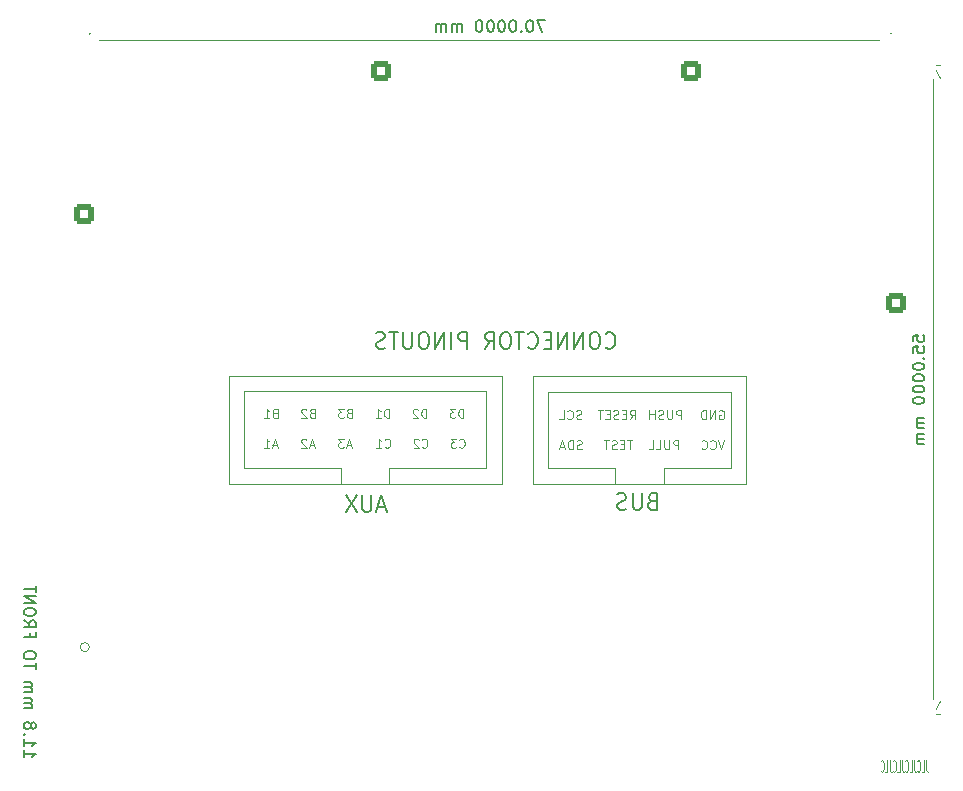
<source format=gbo>
%TF.GenerationSoftware,KiCad,Pcbnew,(6.0.4)*%
%TF.CreationDate,2022-04-04T21:53:05+02:00*%
%TF.ProjectId,SWITCH_INPUT_BOARD,53574954-4348-45f4-994e-5055545f424f,rev?*%
%TF.SameCoordinates,Original*%
%TF.FileFunction,Legend,Bot*%
%TF.FilePolarity,Positive*%
%FSLAX46Y46*%
G04 Gerber Fmt 4.6, Leading zero omitted, Abs format (unit mm)*
G04 Created by KiCad (PCBNEW (6.0.4)) date 2022-04-04 21:53:05*
%MOMM*%
%LPD*%
G01*
G04 APERTURE LIST*
G04 Aperture macros list*
%AMRoundRect*
0 Rectangle with rounded corners*
0 $1 Rounding radius*
0 $2 $3 $4 $5 $6 $7 $8 $9 X,Y pos of 4 corners*
0 Add a 4 corners polygon primitive as box body*
4,1,4,$2,$3,$4,$5,$6,$7,$8,$9,$2,$3,0*
0 Add four circle primitives for the rounded corners*
1,1,$1+$1,$2,$3*
1,1,$1+$1,$4,$5*
1,1,$1+$1,$6,$7*
1,1,$1+$1,$8,$9*
0 Add four rect primitives between the rounded corners*
20,1,$1+$1,$2,$3,$4,$5,0*
20,1,$1+$1,$4,$5,$6,$7,0*
20,1,$1+$1,$6,$7,$8,$9,0*
20,1,$1+$1,$8,$9,$2,$3,0*%
G04 Aperture macros list end*
%ADD10C,0.180000*%
%ADD11C,0.070000*%
%ADD12C,0.150000*%
%ADD13C,0.120000*%
%ADD14C,0.125000*%
%ADD15C,1.600000*%
%ADD16O,1.600000X1.600000*%
%ADD17RoundRect,0.250000X-0.600000X0.600000X-0.600000X-0.600000X0.600000X-0.600000X0.600000X0.600000X0*%
%ADD18C,1.700000*%
%ADD19C,5.600000*%
%ADD20C,1.600200*%
%ADD21C,3.200400*%
%ADD22C,1.397000*%
%ADD23RoundRect,0.250000X-0.600000X-0.600000X0.600000X-0.600000X0.600000X0.600000X-0.600000X0.600000X0*%
%ADD24RoundRect,0.250000X0.600000X0.600000X-0.600000X0.600000X-0.600000X-0.600000X0.600000X-0.600000X0*%
%ADD25R,1.200000X1.200000*%
%ADD26C,1.200000*%
%ADD27R,1.800000X1.800000*%
%ADD28C,1.800000*%
%ADD29R,1.700000X1.700000*%
%ADD30O,1.700000X1.700000*%
G04 APERTURE END LIST*
D10*
X124139523Y-102453333D02*
X123520476Y-102453333D01*
X124263333Y-102853333D02*
X123830000Y-101453333D01*
X123396666Y-102853333D01*
X122963333Y-101453333D02*
X122963333Y-102586666D01*
X122901428Y-102720000D01*
X122839523Y-102786666D01*
X122715714Y-102853333D01*
X122468095Y-102853333D01*
X122344285Y-102786666D01*
X122282380Y-102720000D01*
X122220476Y-102586666D01*
X122220476Y-101453333D01*
X121725238Y-101453333D02*
X120858571Y-102853333D01*
X120858571Y-101453333D02*
X121725238Y-102853333D01*
X146717142Y-101950000D02*
X146531428Y-102016666D01*
X146469523Y-102083333D01*
X146407619Y-102216666D01*
X146407619Y-102416666D01*
X146469523Y-102550000D01*
X146531428Y-102616666D01*
X146655238Y-102683333D01*
X147150476Y-102683333D01*
X147150476Y-101283333D01*
X146717142Y-101283333D01*
X146593333Y-101350000D01*
X146531428Y-101416666D01*
X146469523Y-101550000D01*
X146469523Y-101683333D01*
X146531428Y-101816666D01*
X146593333Y-101883333D01*
X146717142Y-101950000D01*
X147150476Y-101950000D01*
X145850476Y-101283333D02*
X145850476Y-102416666D01*
X145788571Y-102550000D01*
X145726666Y-102616666D01*
X145602857Y-102683333D01*
X145355238Y-102683333D01*
X145231428Y-102616666D01*
X145169523Y-102550000D01*
X145107619Y-102416666D01*
X145107619Y-101283333D01*
X144550476Y-102616666D02*
X144364761Y-102683333D01*
X144055238Y-102683333D01*
X143931428Y-102616666D01*
X143869523Y-102550000D01*
X143807619Y-102416666D01*
X143807619Y-102283333D01*
X143869523Y-102150000D01*
X143931428Y-102083333D01*
X144055238Y-102016666D01*
X144302857Y-101950000D01*
X144426666Y-101883333D01*
X144488571Y-101816666D01*
X144550476Y-101683333D01*
X144550476Y-101550000D01*
X144488571Y-101416666D01*
X144426666Y-101350000D01*
X144302857Y-101283333D01*
X143993333Y-101283333D01*
X143807619Y-101350000D01*
X142816666Y-88900000D02*
X142878571Y-88966666D01*
X143064285Y-89033333D01*
X143188095Y-89033333D01*
X143373809Y-88966666D01*
X143497619Y-88833333D01*
X143559523Y-88700000D01*
X143621428Y-88433333D01*
X143621428Y-88233333D01*
X143559523Y-87966666D01*
X143497619Y-87833333D01*
X143373809Y-87700000D01*
X143188095Y-87633333D01*
X143064285Y-87633333D01*
X142878571Y-87700000D01*
X142816666Y-87766666D01*
X142011904Y-87633333D02*
X141764285Y-87633333D01*
X141640476Y-87700000D01*
X141516666Y-87833333D01*
X141454761Y-88100000D01*
X141454761Y-88566666D01*
X141516666Y-88833333D01*
X141640476Y-88966666D01*
X141764285Y-89033333D01*
X142011904Y-89033333D01*
X142135714Y-88966666D01*
X142259523Y-88833333D01*
X142321428Y-88566666D01*
X142321428Y-88100000D01*
X142259523Y-87833333D01*
X142135714Y-87700000D01*
X142011904Y-87633333D01*
X140897619Y-89033333D02*
X140897619Y-87633333D01*
X140154761Y-89033333D01*
X140154761Y-87633333D01*
X139535714Y-89033333D02*
X139535714Y-87633333D01*
X138792857Y-89033333D01*
X138792857Y-87633333D01*
X138173809Y-88300000D02*
X137740476Y-88300000D01*
X137554761Y-89033333D02*
X138173809Y-89033333D01*
X138173809Y-87633333D01*
X137554761Y-87633333D01*
X136254761Y-88900000D02*
X136316666Y-88966666D01*
X136502380Y-89033333D01*
X136626190Y-89033333D01*
X136811904Y-88966666D01*
X136935714Y-88833333D01*
X136997619Y-88700000D01*
X137059523Y-88433333D01*
X137059523Y-88233333D01*
X136997619Y-87966666D01*
X136935714Y-87833333D01*
X136811904Y-87700000D01*
X136626190Y-87633333D01*
X136502380Y-87633333D01*
X136316666Y-87700000D01*
X136254761Y-87766666D01*
X135883333Y-87633333D02*
X135140476Y-87633333D01*
X135511904Y-89033333D02*
X135511904Y-87633333D01*
X134459523Y-87633333D02*
X134211904Y-87633333D01*
X134088095Y-87700000D01*
X133964285Y-87833333D01*
X133902380Y-88100000D01*
X133902380Y-88566666D01*
X133964285Y-88833333D01*
X134088095Y-88966666D01*
X134211904Y-89033333D01*
X134459523Y-89033333D01*
X134583333Y-88966666D01*
X134707142Y-88833333D01*
X134769047Y-88566666D01*
X134769047Y-88100000D01*
X134707142Y-87833333D01*
X134583333Y-87700000D01*
X134459523Y-87633333D01*
X132602380Y-89033333D02*
X133035714Y-88366666D01*
X133345238Y-89033333D02*
X133345238Y-87633333D01*
X132850000Y-87633333D01*
X132726190Y-87700000D01*
X132664285Y-87766666D01*
X132602380Y-87900000D01*
X132602380Y-88100000D01*
X132664285Y-88233333D01*
X132726190Y-88300000D01*
X132850000Y-88366666D01*
X133345238Y-88366666D01*
X131054761Y-89033333D02*
X131054761Y-87633333D01*
X130559523Y-87633333D01*
X130435714Y-87700000D01*
X130373809Y-87766666D01*
X130311904Y-87900000D01*
X130311904Y-88100000D01*
X130373809Y-88233333D01*
X130435714Y-88300000D01*
X130559523Y-88366666D01*
X131054761Y-88366666D01*
X129754761Y-89033333D02*
X129754761Y-87633333D01*
X129135714Y-89033333D02*
X129135714Y-87633333D01*
X128392857Y-89033333D01*
X128392857Y-87633333D01*
X127526190Y-87633333D02*
X127278571Y-87633333D01*
X127154761Y-87700000D01*
X127030952Y-87833333D01*
X126969047Y-88100000D01*
X126969047Y-88566666D01*
X127030952Y-88833333D01*
X127154761Y-88966666D01*
X127278571Y-89033333D01*
X127526190Y-89033333D01*
X127650000Y-88966666D01*
X127773809Y-88833333D01*
X127835714Y-88566666D01*
X127835714Y-88100000D01*
X127773809Y-87833333D01*
X127650000Y-87700000D01*
X127526190Y-87633333D01*
X126411904Y-87633333D02*
X126411904Y-88766666D01*
X126350000Y-88900000D01*
X126288095Y-88966666D01*
X126164285Y-89033333D01*
X125916666Y-89033333D01*
X125792857Y-88966666D01*
X125730952Y-88900000D01*
X125669047Y-88766666D01*
X125669047Y-87633333D01*
X125235714Y-87633333D02*
X124492857Y-87633333D01*
X124864285Y-89033333D02*
X124864285Y-87633333D01*
X124121428Y-88966666D02*
X123935714Y-89033333D01*
X123626190Y-89033333D01*
X123502380Y-88966666D01*
X123440476Y-88900000D01*
X123378571Y-88766666D01*
X123378571Y-88633333D01*
X123440476Y-88500000D01*
X123502380Y-88433333D01*
X123626190Y-88366666D01*
X123873809Y-88300000D01*
X123997619Y-88233333D01*
X124059523Y-88166666D01*
X124121428Y-88033333D01*
X124121428Y-87900000D01*
X124059523Y-87766666D01*
X123997619Y-87700000D01*
X123873809Y-87633333D01*
X123564285Y-87633333D01*
X123378571Y-87700000D01*
D11*
X169947619Y-123852380D02*
X169947619Y-124566666D01*
X169966666Y-124709523D01*
X170004761Y-124804761D01*
X170061904Y-124852380D01*
X170100000Y-124852380D01*
X169566666Y-124852380D02*
X169757142Y-124852380D01*
X169757142Y-123852380D01*
X169204761Y-124757142D02*
X169223809Y-124804761D01*
X169280952Y-124852380D01*
X169319047Y-124852380D01*
X169376190Y-124804761D01*
X169414285Y-124709523D01*
X169433333Y-124614285D01*
X169452380Y-124423809D01*
X169452380Y-124280952D01*
X169433333Y-124090476D01*
X169414285Y-123995238D01*
X169376190Y-123900000D01*
X169319047Y-123852380D01*
X169280952Y-123852380D01*
X169223809Y-123900000D01*
X169204761Y-123947619D01*
X168919047Y-123852380D02*
X168919047Y-124566666D01*
X168938095Y-124709523D01*
X168976190Y-124804761D01*
X169033333Y-124852380D01*
X169071428Y-124852380D01*
X168538095Y-124852380D02*
X168728571Y-124852380D01*
X168728571Y-123852380D01*
X168176190Y-124757142D02*
X168195238Y-124804761D01*
X168252380Y-124852380D01*
X168290476Y-124852380D01*
X168347619Y-124804761D01*
X168385714Y-124709523D01*
X168404761Y-124614285D01*
X168423809Y-124423809D01*
X168423809Y-124280952D01*
X168404761Y-124090476D01*
X168385714Y-123995238D01*
X168347619Y-123900000D01*
X168290476Y-123852380D01*
X168252380Y-123852380D01*
X168195238Y-123900000D01*
X168176190Y-123947619D01*
X167890476Y-123852380D02*
X167890476Y-124566666D01*
X167909523Y-124709523D01*
X167947619Y-124804761D01*
X168004761Y-124852380D01*
X168042857Y-124852380D01*
X167509523Y-124852380D02*
X167700000Y-124852380D01*
X167700000Y-123852380D01*
X167147619Y-124757142D02*
X167166666Y-124804761D01*
X167223809Y-124852380D01*
X167261904Y-124852380D01*
X167319047Y-124804761D01*
X167357142Y-124709523D01*
X167376190Y-124614285D01*
X167395238Y-124423809D01*
X167395238Y-124280952D01*
X167376190Y-124090476D01*
X167357142Y-123995238D01*
X167319047Y-123900000D01*
X167261904Y-123852380D01*
X167223809Y-123852380D01*
X167166666Y-123900000D01*
X167147619Y-123947619D01*
X166861904Y-123852380D02*
X166861904Y-124566666D01*
X166880952Y-124709523D01*
X166919047Y-124804761D01*
X166976190Y-124852380D01*
X167014285Y-124852380D01*
X166480952Y-124852380D02*
X166671428Y-124852380D01*
X166671428Y-123852380D01*
X166119047Y-124757142D02*
X166138095Y-124804761D01*
X166195238Y-124852380D01*
X166233333Y-124852380D01*
X166290476Y-124804761D01*
X166328571Y-124709523D01*
X166347619Y-124614285D01*
X166366666Y-124423809D01*
X166366666Y-124280952D01*
X166347619Y-124090476D01*
X166328571Y-123995238D01*
X166290476Y-123900000D01*
X166233333Y-123852380D01*
X166195238Y-123852380D01*
X166138095Y-123900000D01*
X166119047Y-123947619D01*
D12*
X93547619Y-123042857D02*
X93547619Y-123614285D01*
X93547619Y-123328571D02*
X94547619Y-123328571D01*
X94404761Y-123423809D01*
X94309523Y-123519047D01*
X94261904Y-123614285D01*
X93547619Y-122090476D02*
X93547619Y-122661904D01*
X93547619Y-122376190D02*
X94547619Y-122376190D01*
X94404761Y-122471428D01*
X94309523Y-122566666D01*
X94261904Y-122661904D01*
X93642857Y-121661904D02*
X93595238Y-121614285D01*
X93547619Y-121661904D01*
X93595238Y-121709523D01*
X93642857Y-121661904D01*
X93547619Y-121661904D01*
X94119047Y-121042857D02*
X94166666Y-121138095D01*
X94214285Y-121185714D01*
X94309523Y-121233333D01*
X94357142Y-121233333D01*
X94452380Y-121185714D01*
X94500000Y-121138095D01*
X94547619Y-121042857D01*
X94547619Y-120852380D01*
X94500000Y-120757142D01*
X94452380Y-120709523D01*
X94357142Y-120661904D01*
X94309523Y-120661904D01*
X94214285Y-120709523D01*
X94166666Y-120757142D01*
X94119047Y-120852380D01*
X94119047Y-121042857D01*
X94071428Y-121138095D01*
X94023809Y-121185714D01*
X93928571Y-121233333D01*
X93738095Y-121233333D01*
X93642857Y-121185714D01*
X93595238Y-121138095D01*
X93547619Y-121042857D01*
X93547619Y-120852380D01*
X93595238Y-120757142D01*
X93642857Y-120709523D01*
X93738095Y-120661904D01*
X93928571Y-120661904D01*
X94023809Y-120709523D01*
X94071428Y-120757142D01*
X94119047Y-120852380D01*
X93547619Y-119471428D02*
X94214285Y-119471428D01*
X94119047Y-119471428D02*
X94166666Y-119423809D01*
X94214285Y-119328571D01*
X94214285Y-119185714D01*
X94166666Y-119090476D01*
X94071428Y-119042857D01*
X93547619Y-119042857D01*
X94071428Y-119042857D02*
X94166666Y-118995238D01*
X94214285Y-118900000D01*
X94214285Y-118757142D01*
X94166666Y-118661904D01*
X94071428Y-118614285D01*
X93547619Y-118614285D01*
X93547619Y-118138095D02*
X94214285Y-118138095D01*
X94119047Y-118138095D02*
X94166666Y-118090476D01*
X94214285Y-117995238D01*
X94214285Y-117852380D01*
X94166666Y-117757142D01*
X94071428Y-117709523D01*
X93547619Y-117709523D01*
X94071428Y-117709523D02*
X94166666Y-117661904D01*
X94214285Y-117566666D01*
X94214285Y-117423809D01*
X94166666Y-117328571D01*
X94071428Y-117280952D01*
X93547619Y-117280952D01*
X94547619Y-116185714D02*
X94547619Y-115614285D01*
X93547619Y-115900000D02*
X94547619Y-115900000D01*
X94547619Y-115090476D02*
X94547619Y-114900000D01*
X94500000Y-114804761D01*
X94404761Y-114709523D01*
X94214285Y-114661904D01*
X93880952Y-114661904D01*
X93690476Y-114709523D01*
X93595238Y-114804761D01*
X93547619Y-114900000D01*
X93547619Y-115090476D01*
X93595238Y-115185714D01*
X93690476Y-115280952D01*
X93880952Y-115328571D01*
X94214285Y-115328571D01*
X94404761Y-115280952D01*
X94500000Y-115185714D01*
X94547619Y-115090476D01*
X94071428Y-113138095D02*
X94071428Y-113471428D01*
X93547619Y-113471428D02*
X94547619Y-113471428D01*
X94547619Y-112995238D01*
X93547619Y-112042857D02*
X94023809Y-112376190D01*
X93547619Y-112614285D02*
X94547619Y-112614285D01*
X94547619Y-112233333D01*
X94500000Y-112138095D01*
X94452380Y-112090476D01*
X94357142Y-112042857D01*
X94214285Y-112042857D01*
X94119047Y-112090476D01*
X94071428Y-112138095D01*
X94023809Y-112233333D01*
X94023809Y-112614285D01*
X94547619Y-111423809D02*
X94547619Y-111233333D01*
X94500000Y-111138095D01*
X94404761Y-111042857D01*
X94214285Y-110995238D01*
X93880952Y-110995238D01*
X93690476Y-111042857D01*
X93595238Y-111138095D01*
X93547619Y-111233333D01*
X93547619Y-111423809D01*
X93595238Y-111519047D01*
X93690476Y-111614285D01*
X93880952Y-111661904D01*
X94214285Y-111661904D01*
X94404761Y-111614285D01*
X94500000Y-111519047D01*
X94547619Y-111423809D01*
X93547619Y-110566666D02*
X94547619Y-110566666D01*
X93547619Y-109995238D01*
X94547619Y-109995238D01*
X94547619Y-109661904D02*
X94547619Y-109090476D01*
X93547619Y-109376190D02*
X94547619Y-109376190D01*
X137666666Y-61202380D02*
X137000000Y-61202380D01*
X137428571Y-62202380D01*
X136428571Y-61202380D02*
X136333333Y-61202380D01*
X136238095Y-61250000D01*
X136190476Y-61297619D01*
X136142857Y-61392857D01*
X136095238Y-61583333D01*
X136095238Y-61821428D01*
X136142857Y-62011904D01*
X136190476Y-62107142D01*
X136238095Y-62154761D01*
X136333333Y-62202380D01*
X136428571Y-62202380D01*
X136523809Y-62154761D01*
X136571428Y-62107142D01*
X136619047Y-62011904D01*
X136666666Y-61821428D01*
X136666666Y-61583333D01*
X136619047Y-61392857D01*
X136571428Y-61297619D01*
X136523809Y-61250000D01*
X136428571Y-61202380D01*
X135666666Y-62107142D02*
X135619047Y-62154761D01*
X135666666Y-62202380D01*
X135714285Y-62154761D01*
X135666666Y-62107142D01*
X135666666Y-62202380D01*
X135000000Y-61202380D02*
X134904761Y-61202380D01*
X134809523Y-61250000D01*
X134761904Y-61297619D01*
X134714285Y-61392857D01*
X134666666Y-61583333D01*
X134666666Y-61821428D01*
X134714285Y-62011904D01*
X134761904Y-62107142D01*
X134809523Y-62154761D01*
X134904761Y-62202380D01*
X135000000Y-62202380D01*
X135095238Y-62154761D01*
X135142857Y-62107142D01*
X135190476Y-62011904D01*
X135238095Y-61821428D01*
X135238095Y-61583333D01*
X135190476Y-61392857D01*
X135142857Y-61297619D01*
X135095238Y-61250000D01*
X135000000Y-61202380D01*
X134047619Y-61202380D02*
X133952380Y-61202380D01*
X133857142Y-61250000D01*
X133809523Y-61297619D01*
X133761904Y-61392857D01*
X133714285Y-61583333D01*
X133714285Y-61821428D01*
X133761904Y-62011904D01*
X133809523Y-62107142D01*
X133857142Y-62154761D01*
X133952380Y-62202380D01*
X134047619Y-62202380D01*
X134142857Y-62154761D01*
X134190476Y-62107142D01*
X134238095Y-62011904D01*
X134285714Y-61821428D01*
X134285714Y-61583333D01*
X134238095Y-61392857D01*
X134190476Y-61297619D01*
X134142857Y-61250000D01*
X134047619Y-61202380D01*
X133095238Y-61202380D02*
X133000000Y-61202380D01*
X132904761Y-61250000D01*
X132857142Y-61297619D01*
X132809523Y-61392857D01*
X132761904Y-61583333D01*
X132761904Y-61821428D01*
X132809523Y-62011904D01*
X132857142Y-62107142D01*
X132904761Y-62154761D01*
X133000000Y-62202380D01*
X133095238Y-62202380D01*
X133190476Y-62154761D01*
X133238095Y-62107142D01*
X133285714Y-62011904D01*
X133333333Y-61821428D01*
X133333333Y-61583333D01*
X133285714Y-61392857D01*
X133238095Y-61297619D01*
X133190476Y-61250000D01*
X133095238Y-61202380D01*
X132142857Y-61202380D02*
X132047619Y-61202380D01*
X131952380Y-61250000D01*
X131904761Y-61297619D01*
X131857142Y-61392857D01*
X131809523Y-61583333D01*
X131809523Y-61821428D01*
X131857142Y-62011904D01*
X131904761Y-62107142D01*
X131952380Y-62154761D01*
X132047619Y-62202380D01*
X132142857Y-62202380D01*
X132238095Y-62154761D01*
X132285714Y-62107142D01*
X132333333Y-62011904D01*
X132380952Y-61821428D01*
X132380952Y-61583333D01*
X132333333Y-61392857D01*
X132285714Y-61297619D01*
X132238095Y-61250000D01*
X132142857Y-61202380D01*
X130619047Y-62202380D02*
X130619047Y-61535714D01*
X130619047Y-61630952D02*
X130571428Y-61583333D01*
X130476190Y-61535714D01*
X130333333Y-61535714D01*
X130238095Y-61583333D01*
X130190476Y-61678571D01*
X130190476Y-62202380D01*
X130190476Y-61678571D02*
X130142857Y-61583333D01*
X130047619Y-61535714D01*
X129904761Y-61535714D01*
X129809523Y-61583333D01*
X129761904Y-61678571D01*
X129761904Y-62202380D01*
X129285714Y-62202380D02*
X129285714Y-61535714D01*
X129285714Y-61630952D02*
X129238095Y-61583333D01*
X129142857Y-61535714D01*
X129000000Y-61535714D01*
X128904761Y-61583333D01*
X128857142Y-61678571D01*
X128857142Y-62202380D01*
X128857142Y-61678571D02*
X128809523Y-61583333D01*
X128714285Y-61535714D01*
X128571428Y-61535714D01*
X128476190Y-61583333D01*
X128428571Y-61678571D01*
X128428571Y-62202380D01*
D13*
X168000000Y-65000000D02*
X168000000Y-62313580D01*
X98000000Y-65000000D02*
X98000000Y-62313580D01*
X168000000Y-62900000D02*
X98000000Y-62900000D01*
X168000000Y-62900000D02*
X98000000Y-62900000D01*
X168000000Y-62900000D02*
X166873496Y-62313579D01*
X168000000Y-62900000D02*
X166873496Y-63486421D01*
X98000000Y-62900000D02*
X99126504Y-63486421D01*
X98000000Y-62900000D02*
X99126504Y-62313579D01*
D12*
X168802380Y-88404761D02*
X168802380Y-87928571D01*
X169278571Y-87880952D01*
X169230952Y-87928571D01*
X169183333Y-88023809D01*
X169183333Y-88261904D01*
X169230952Y-88357142D01*
X169278571Y-88404761D01*
X169373809Y-88452380D01*
X169611904Y-88452380D01*
X169707142Y-88404761D01*
X169754761Y-88357142D01*
X169802380Y-88261904D01*
X169802380Y-88023809D01*
X169754761Y-87928571D01*
X169707142Y-87880952D01*
X168802380Y-89357142D02*
X168802380Y-88880952D01*
X169278571Y-88833333D01*
X169230952Y-88880952D01*
X169183333Y-88976190D01*
X169183333Y-89214285D01*
X169230952Y-89309523D01*
X169278571Y-89357142D01*
X169373809Y-89404761D01*
X169611904Y-89404761D01*
X169707142Y-89357142D01*
X169754761Y-89309523D01*
X169802380Y-89214285D01*
X169802380Y-88976190D01*
X169754761Y-88880952D01*
X169707142Y-88833333D01*
X169707142Y-89833333D02*
X169754761Y-89880952D01*
X169802380Y-89833333D01*
X169754761Y-89785714D01*
X169707142Y-89833333D01*
X169802380Y-89833333D01*
X168802380Y-90500000D02*
X168802380Y-90595238D01*
X168850000Y-90690476D01*
X168897619Y-90738095D01*
X168992857Y-90785714D01*
X169183333Y-90833333D01*
X169421428Y-90833333D01*
X169611904Y-90785714D01*
X169707142Y-90738095D01*
X169754761Y-90690476D01*
X169802380Y-90595238D01*
X169802380Y-90500000D01*
X169754761Y-90404761D01*
X169707142Y-90357142D01*
X169611904Y-90309523D01*
X169421428Y-90261904D01*
X169183333Y-90261904D01*
X168992857Y-90309523D01*
X168897619Y-90357142D01*
X168850000Y-90404761D01*
X168802380Y-90500000D01*
X168802380Y-91452380D02*
X168802380Y-91547619D01*
X168850000Y-91642857D01*
X168897619Y-91690476D01*
X168992857Y-91738095D01*
X169183333Y-91785714D01*
X169421428Y-91785714D01*
X169611904Y-91738095D01*
X169707142Y-91690476D01*
X169754761Y-91642857D01*
X169802380Y-91547619D01*
X169802380Y-91452380D01*
X169754761Y-91357142D01*
X169707142Y-91309523D01*
X169611904Y-91261904D01*
X169421428Y-91214285D01*
X169183333Y-91214285D01*
X168992857Y-91261904D01*
X168897619Y-91309523D01*
X168850000Y-91357142D01*
X168802380Y-91452380D01*
X168802380Y-92404761D02*
X168802380Y-92500000D01*
X168850000Y-92595238D01*
X168897619Y-92642857D01*
X168992857Y-92690476D01*
X169183333Y-92738095D01*
X169421428Y-92738095D01*
X169611904Y-92690476D01*
X169707142Y-92642857D01*
X169754761Y-92595238D01*
X169802380Y-92500000D01*
X169802380Y-92404761D01*
X169754761Y-92309523D01*
X169707142Y-92261904D01*
X169611904Y-92214285D01*
X169421428Y-92166666D01*
X169183333Y-92166666D01*
X168992857Y-92214285D01*
X168897619Y-92261904D01*
X168850000Y-92309523D01*
X168802380Y-92404761D01*
X168802380Y-93357142D02*
X168802380Y-93452380D01*
X168850000Y-93547619D01*
X168897619Y-93595238D01*
X168992857Y-93642857D01*
X169183333Y-93690476D01*
X169421428Y-93690476D01*
X169611904Y-93642857D01*
X169707142Y-93595238D01*
X169754761Y-93547619D01*
X169802380Y-93452380D01*
X169802380Y-93357142D01*
X169754761Y-93261904D01*
X169707142Y-93214285D01*
X169611904Y-93166666D01*
X169421428Y-93119047D01*
X169183333Y-93119047D01*
X168992857Y-93166666D01*
X168897619Y-93214285D01*
X168850000Y-93261904D01*
X168802380Y-93357142D01*
X169802380Y-94880952D02*
X169135714Y-94880952D01*
X169230952Y-94880952D02*
X169183333Y-94928571D01*
X169135714Y-95023809D01*
X169135714Y-95166666D01*
X169183333Y-95261904D01*
X169278571Y-95309523D01*
X169802380Y-95309523D01*
X169278571Y-95309523D02*
X169183333Y-95357142D01*
X169135714Y-95452380D01*
X169135714Y-95595238D01*
X169183333Y-95690476D01*
X169278571Y-95738095D01*
X169802380Y-95738095D01*
X169802380Y-96214285D02*
X169135714Y-96214285D01*
X169230952Y-96214285D02*
X169183333Y-96261904D01*
X169135714Y-96357142D01*
X169135714Y-96500000D01*
X169183333Y-96595238D01*
X169278571Y-96642857D01*
X169802380Y-96642857D01*
X169278571Y-96642857D02*
X169183333Y-96690476D01*
X169135714Y-96785714D01*
X169135714Y-96928571D01*
X169183333Y-97023809D01*
X169278571Y-97071428D01*
X169802380Y-97071428D01*
D13*
X168000000Y-120000000D02*
X171086420Y-120000000D01*
X168000000Y-65000000D02*
X171086420Y-65000000D01*
X170500000Y-120000000D02*
X170500000Y-65000000D01*
X170500000Y-120000000D02*
X170500000Y-65000000D01*
X170500000Y-120000000D02*
X171086421Y-118873496D01*
X170500000Y-120000000D02*
X169913579Y-118873496D01*
X170500000Y-65000000D02*
X169913579Y-66126504D01*
X170500000Y-65000000D02*
X171086421Y-66126504D01*
D14*
X114957714Y-97195000D02*
X114600571Y-97195000D01*
X115029142Y-97409285D02*
X114779142Y-96659285D01*
X114529142Y-97409285D01*
X113886285Y-97409285D02*
X114314857Y-97409285D01*
X114100571Y-97409285D02*
X114100571Y-96659285D01*
X114172000Y-96766428D01*
X114243428Y-96837857D01*
X114314857Y-96873571D01*
X118101714Y-97195000D02*
X117744571Y-97195000D01*
X118173142Y-97409285D02*
X117923142Y-96659285D01*
X117673142Y-97409285D01*
X117458857Y-96730714D02*
X117423142Y-96695000D01*
X117351714Y-96659285D01*
X117173142Y-96659285D01*
X117101714Y-96695000D01*
X117066000Y-96730714D01*
X117030285Y-96802142D01*
X117030285Y-96873571D01*
X117066000Y-96980714D01*
X117494571Y-97409285D01*
X117030285Y-97409285D01*
X121081571Y-94476428D02*
X120974428Y-94512142D01*
X120938714Y-94547857D01*
X120903000Y-94619285D01*
X120903000Y-94726428D01*
X120938714Y-94797857D01*
X120974428Y-94833571D01*
X121045857Y-94869285D01*
X121331571Y-94869285D01*
X121331571Y-94119285D01*
X121081571Y-94119285D01*
X121010142Y-94155000D01*
X120974428Y-94190714D01*
X120938714Y-94262142D01*
X120938714Y-94333571D01*
X120974428Y-94405000D01*
X121010142Y-94440714D01*
X121081571Y-94476428D01*
X121331571Y-94476428D01*
X120653000Y-94119285D02*
X120188714Y-94119285D01*
X120438714Y-94405000D01*
X120331571Y-94405000D01*
X120260142Y-94440714D01*
X120224428Y-94476428D01*
X120188714Y-94547857D01*
X120188714Y-94726428D01*
X120224428Y-94797857D01*
X120260142Y-94833571D01*
X120331571Y-94869285D01*
X120545857Y-94869285D01*
X120617285Y-94833571D01*
X120653000Y-94797857D01*
X121245714Y-97195000D02*
X120888571Y-97195000D01*
X121317142Y-97409285D02*
X121067142Y-96659285D01*
X120817142Y-97409285D01*
X120638571Y-96659285D02*
X120174285Y-96659285D01*
X120424285Y-96945000D01*
X120317142Y-96945000D01*
X120245714Y-96980714D01*
X120210000Y-97016428D01*
X120174285Y-97087857D01*
X120174285Y-97266428D01*
X120210000Y-97337857D01*
X120245714Y-97373571D01*
X120317142Y-97409285D01*
X120531428Y-97409285D01*
X120602857Y-97373571D01*
X120638571Y-97337857D01*
X117937571Y-94476428D02*
X117830428Y-94512142D01*
X117794714Y-94547857D01*
X117759000Y-94619285D01*
X117759000Y-94726428D01*
X117794714Y-94797857D01*
X117830428Y-94833571D01*
X117901857Y-94869285D01*
X118187571Y-94869285D01*
X118187571Y-94119285D01*
X117937571Y-94119285D01*
X117866142Y-94155000D01*
X117830428Y-94190714D01*
X117794714Y-94262142D01*
X117794714Y-94333571D01*
X117830428Y-94405000D01*
X117866142Y-94440714D01*
X117937571Y-94476428D01*
X118187571Y-94476428D01*
X117473285Y-94190714D02*
X117437571Y-94155000D01*
X117366142Y-94119285D01*
X117187571Y-94119285D01*
X117116142Y-94155000D01*
X117080428Y-94190714D01*
X117044714Y-94262142D01*
X117044714Y-94333571D01*
X117080428Y-94440714D01*
X117509000Y-94869285D01*
X117044714Y-94869285D01*
X124475571Y-94869285D02*
X124475571Y-94119285D01*
X124297000Y-94119285D01*
X124189857Y-94155000D01*
X124118428Y-94226428D01*
X124082714Y-94297857D01*
X124047000Y-94440714D01*
X124047000Y-94547857D01*
X124082714Y-94690714D01*
X124118428Y-94762142D01*
X124189857Y-94833571D01*
X124297000Y-94869285D01*
X124475571Y-94869285D01*
X123332714Y-94869285D02*
X123761285Y-94869285D01*
X123547000Y-94869285D02*
X123547000Y-94119285D01*
X123618428Y-94226428D01*
X123689857Y-94297857D01*
X123761285Y-94333571D01*
X124115000Y-97337857D02*
X124150714Y-97373571D01*
X124257857Y-97409285D01*
X124329285Y-97409285D01*
X124436428Y-97373571D01*
X124507857Y-97302142D01*
X124543571Y-97230714D01*
X124579285Y-97087857D01*
X124579285Y-96980714D01*
X124543571Y-96837857D01*
X124507857Y-96766428D01*
X124436428Y-96695000D01*
X124329285Y-96659285D01*
X124257857Y-96659285D01*
X124150714Y-96695000D01*
X124115000Y-96730714D01*
X123400714Y-97409285D02*
X123829285Y-97409285D01*
X123615000Y-97409285D02*
X123615000Y-96659285D01*
X123686428Y-96766428D01*
X123757857Y-96837857D01*
X123829285Y-96873571D01*
X114793571Y-94476428D02*
X114686428Y-94512142D01*
X114650714Y-94547857D01*
X114615000Y-94619285D01*
X114615000Y-94726428D01*
X114650714Y-94797857D01*
X114686428Y-94833571D01*
X114757857Y-94869285D01*
X115043571Y-94869285D01*
X115043571Y-94119285D01*
X114793571Y-94119285D01*
X114722142Y-94155000D01*
X114686428Y-94190714D01*
X114650714Y-94262142D01*
X114650714Y-94333571D01*
X114686428Y-94405000D01*
X114722142Y-94440714D01*
X114793571Y-94476428D01*
X115043571Y-94476428D01*
X113900714Y-94869285D02*
X114329285Y-94869285D01*
X114115000Y-94869285D02*
X114115000Y-94119285D01*
X114186428Y-94226428D01*
X114257857Y-94297857D01*
X114329285Y-94333571D01*
X127619571Y-94869285D02*
X127619571Y-94119285D01*
X127441000Y-94119285D01*
X127333857Y-94155000D01*
X127262428Y-94226428D01*
X127226714Y-94297857D01*
X127191000Y-94440714D01*
X127191000Y-94547857D01*
X127226714Y-94690714D01*
X127262428Y-94762142D01*
X127333857Y-94833571D01*
X127441000Y-94869285D01*
X127619571Y-94869285D01*
X126905285Y-94190714D02*
X126869571Y-94155000D01*
X126798142Y-94119285D01*
X126619571Y-94119285D01*
X126548142Y-94155000D01*
X126512428Y-94190714D01*
X126476714Y-94262142D01*
X126476714Y-94333571D01*
X126512428Y-94440714D01*
X126941000Y-94869285D01*
X126476714Y-94869285D01*
X130763571Y-94869285D02*
X130763571Y-94119285D01*
X130585000Y-94119285D01*
X130477857Y-94155000D01*
X130406428Y-94226428D01*
X130370714Y-94297857D01*
X130335000Y-94440714D01*
X130335000Y-94547857D01*
X130370714Y-94690714D01*
X130406428Y-94762142D01*
X130477857Y-94833571D01*
X130585000Y-94869285D01*
X130763571Y-94869285D01*
X130085000Y-94119285D02*
X129620714Y-94119285D01*
X129870714Y-94405000D01*
X129763571Y-94405000D01*
X129692142Y-94440714D01*
X129656428Y-94476428D01*
X129620714Y-94547857D01*
X129620714Y-94726428D01*
X129656428Y-94797857D01*
X129692142Y-94833571D01*
X129763571Y-94869285D01*
X129977857Y-94869285D01*
X130049285Y-94833571D01*
X130085000Y-94797857D01*
X127259000Y-97337857D02*
X127294714Y-97373571D01*
X127401857Y-97409285D01*
X127473285Y-97409285D01*
X127580428Y-97373571D01*
X127651857Y-97302142D01*
X127687571Y-97230714D01*
X127723285Y-97087857D01*
X127723285Y-96980714D01*
X127687571Y-96837857D01*
X127651857Y-96766428D01*
X127580428Y-96695000D01*
X127473285Y-96659285D01*
X127401857Y-96659285D01*
X127294714Y-96695000D01*
X127259000Y-96730714D01*
X126973285Y-96730714D02*
X126937571Y-96695000D01*
X126866142Y-96659285D01*
X126687571Y-96659285D01*
X126616142Y-96695000D01*
X126580428Y-96730714D01*
X126544714Y-96802142D01*
X126544714Y-96873571D01*
X126580428Y-96980714D01*
X127009000Y-97409285D01*
X126544714Y-97409285D01*
X130403000Y-97337857D02*
X130438714Y-97373571D01*
X130545857Y-97409285D01*
X130617285Y-97409285D01*
X130724428Y-97373571D01*
X130795857Y-97302142D01*
X130831571Y-97230714D01*
X130867285Y-97087857D01*
X130867285Y-96980714D01*
X130831571Y-96837857D01*
X130795857Y-96766428D01*
X130724428Y-96695000D01*
X130617285Y-96659285D01*
X130545857Y-96659285D01*
X130438714Y-96695000D01*
X130403000Y-96730714D01*
X130153000Y-96659285D02*
X129688714Y-96659285D01*
X129938714Y-96945000D01*
X129831571Y-96945000D01*
X129760142Y-96980714D01*
X129724428Y-97016428D01*
X129688714Y-97087857D01*
X129688714Y-97266428D01*
X129724428Y-97337857D01*
X129760142Y-97373571D01*
X129831571Y-97409285D01*
X130045857Y-97409285D01*
X130117285Y-97373571D01*
X130153000Y-97337857D01*
X144849285Y-94989285D02*
X145099285Y-94632142D01*
X145277857Y-94989285D02*
X145277857Y-94239285D01*
X144992142Y-94239285D01*
X144920714Y-94275000D01*
X144885000Y-94310714D01*
X144849285Y-94382142D01*
X144849285Y-94489285D01*
X144885000Y-94560714D01*
X144920714Y-94596428D01*
X144992142Y-94632142D01*
X145277857Y-94632142D01*
X144527857Y-94596428D02*
X144277857Y-94596428D01*
X144170714Y-94989285D02*
X144527857Y-94989285D01*
X144527857Y-94239285D01*
X144170714Y-94239285D01*
X143885000Y-94953571D02*
X143777857Y-94989285D01*
X143599285Y-94989285D01*
X143527857Y-94953571D01*
X143492142Y-94917857D01*
X143456428Y-94846428D01*
X143456428Y-94775000D01*
X143492142Y-94703571D01*
X143527857Y-94667857D01*
X143599285Y-94632142D01*
X143742142Y-94596428D01*
X143813571Y-94560714D01*
X143849285Y-94525000D01*
X143885000Y-94453571D01*
X143885000Y-94382142D01*
X143849285Y-94310714D01*
X143813571Y-94275000D01*
X143742142Y-94239285D01*
X143563571Y-94239285D01*
X143456428Y-94275000D01*
X143135000Y-94596428D02*
X142885000Y-94596428D01*
X142777857Y-94989285D02*
X143135000Y-94989285D01*
X143135000Y-94239285D01*
X142777857Y-94239285D01*
X142563571Y-94239285D02*
X142135000Y-94239285D01*
X142349285Y-94989285D02*
X142349285Y-94239285D01*
X148956428Y-97529285D02*
X148956428Y-96779285D01*
X148670714Y-96779285D01*
X148599285Y-96815000D01*
X148563571Y-96850714D01*
X148527857Y-96922142D01*
X148527857Y-97029285D01*
X148563571Y-97100714D01*
X148599285Y-97136428D01*
X148670714Y-97172142D01*
X148956428Y-97172142D01*
X148206428Y-96779285D02*
X148206428Y-97386428D01*
X148170714Y-97457857D01*
X148135000Y-97493571D01*
X148063571Y-97529285D01*
X147920714Y-97529285D01*
X147849285Y-97493571D01*
X147813571Y-97457857D01*
X147777857Y-97386428D01*
X147777857Y-96779285D01*
X147063571Y-97529285D02*
X147420714Y-97529285D01*
X147420714Y-96779285D01*
X146456428Y-97529285D02*
X146813571Y-97529285D01*
X146813571Y-96779285D01*
X152860000Y-96779285D02*
X152610000Y-97529285D01*
X152360000Y-96779285D01*
X151681428Y-97457857D02*
X151717142Y-97493571D01*
X151824285Y-97529285D01*
X151895714Y-97529285D01*
X152002857Y-97493571D01*
X152074285Y-97422142D01*
X152110000Y-97350714D01*
X152145714Y-97207857D01*
X152145714Y-97100714D01*
X152110000Y-96957857D01*
X152074285Y-96886428D01*
X152002857Y-96815000D01*
X151895714Y-96779285D01*
X151824285Y-96779285D01*
X151717142Y-96815000D01*
X151681428Y-96850714D01*
X150931428Y-97457857D02*
X150967142Y-97493571D01*
X151074285Y-97529285D01*
X151145714Y-97529285D01*
X151252857Y-97493571D01*
X151324285Y-97422142D01*
X151360000Y-97350714D01*
X151395714Y-97207857D01*
X151395714Y-97100714D01*
X151360000Y-96957857D01*
X151324285Y-96886428D01*
X151252857Y-96815000D01*
X151145714Y-96779285D01*
X151074285Y-96779285D01*
X150967142Y-96815000D01*
X150931428Y-96850714D01*
X140752857Y-94953571D02*
X140645714Y-94989285D01*
X140467142Y-94989285D01*
X140395714Y-94953571D01*
X140360000Y-94917857D01*
X140324285Y-94846428D01*
X140324285Y-94775000D01*
X140360000Y-94703571D01*
X140395714Y-94667857D01*
X140467142Y-94632142D01*
X140610000Y-94596428D01*
X140681428Y-94560714D01*
X140717142Y-94525000D01*
X140752857Y-94453571D01*
X140752857Y-94382142D01*
X140717142Y-94310714D01*
X140681428Y-94275000D01*
X140610000Y-94239285D01*
X140431428Y-94239285D01*
X140324285Y-94275000D01*
X139574285Y-94917857D02*
X139610000Y-94953571D01*
X139717142Y-94989285D01*
X139788571Y-94989285D01*
X139895714Y-94953571D01*
X139967142Y-94882142D01*
X140002857Y-94810714D01*
X140038571Y-94667857D01*
X140038571Y-94560714D01*
X140002857Y-94417857D01*
X139967142Y-94346428D01*
X139895714Y-94275000D01*
X139788571Y-94239285D01*
X139717142Y-94239285D01*
X139610000Y-94275000D01*
X139574285Y-94310714D01*
X138895714Y-94989285D02*
X139252857Y-94989285D01*
X139252857Y-94239285D01*
X152431428Y-94275000D02*
X152502857Y-94239285D01*
X152610000Y-94239285D01*
X152717142Y-94275000D01*
X152788571Y-94346428D01*
X152824285Y-94417857D01*
X152860000Y-94560714D01*
X152860000Y-94667857D01*
X152824285Y-94810714D01*
X152788571Y-94882142D01*
X152717142Y-94953571D01*
X152610000Y-94989285D01*
X152538571Y-94989285D01*
X152431428Y-94953571D01*
X152395714Y-94917857D01*
X152395714Y-94667857D01*
X152538571Y-94667857D01*
X152074285Y-94989285D02*
X152074285Y-94239285D01*
X151645714Y-94989285D01*
X151645714Y-94239285D01*
X151288571Y-94989285D02*
X151288571Y-94239285D01*
X151110000Y-94239285D01*
X151002857Y-94275000D01*
X150931428Y-94346428D01*
X150895714Y-94417857D01*
X150860000Y-94560714D01*
X150860000Y-94667857D01*
X150895714Y-94810714D01*
X150931428Y-94882142D01*
X151002857Y-94953571D01*
X151110000Y-94989285D01*
X151288571Y-94989285D01*
X149199285Y-94989285D02*
X149199285Y-94239285D01*
X148913571Y-94239285D01*
X148842142Y-94275000D01*
X148806428Y-94310714D01*
X148770714Y-94382142D01*
X148770714Y-94489285D01*
X148806428Y-94560714D01*
X148842142Y-94596428D01*
X148913571Y-94632142D01*
X149199285Y-94632142D01*
X148449285Y-94239285D02*
X148449285Y-94846428D01*
X148413571Y-94917857D01*
X148377857Y-94953571D01*
X148306428Y-94989285D01*
X148163571Y-94989285D01*
X148092142Y-94953571D01*
X148056428Y-94917857D01*
X148020714Y-94846428D01*
X148020714Y-94239285D01*
X147699285Y-94953571D02*
X147592142Y-94989285D01*
X147413571Y-94989285D01*
X147342142Y-94953571D01*
X147306428Y-94917857D01*
X147270714Y-94846428D01*
X147270714Y-94775000D01*
X147306428Y-94703571D01*
X147342142Y-94667857D01*
X147413571Y-94632142D01*
X147556428Y-94596428D01*
X147627857Y-94560714D01*
X147663571Y-94525000D01*
X147699285Y-94453571D01*
X147699285Y-94382142D01*
X147663571Y-94310714D01*
X147627857Y-94275000D01*
X147556428Y-94239285D01*
X147377857Y-94239285D01*
X147270714Y-94275000D01*
X146949285Y-94989285D02*
X146949285Y-94239285D01*
X146949285Y-94596428D02*
X146520714Y-94596428D01*
X146520714Y-94989285D02*
X146520714Y-94239285D01*
X145056428Y-96779285D02*
X144627857Y-96779285D01*
X144842142Y-97529285D02*
X144842142Y-96779285D01*
X144377857Y-97136428D02*
X144127857Y-97136428D01*
X144020714Y-97529285D02*
X144377857Y-97529285D01*
X144377857Y-96779285D01*
X144020714Y-96779285D01*
X143735000Y-97493571D02*
X143627857Y-97529285D01*
X143449285Y-97529285D01*
X143377857Y-97493571D01*
X143342142Y-97457857D01*
X143306428Y-97386428D01*
X143306428Y-97315000D01*
X143342142Y-97243571D01*
X143377857Y-97207857D01*
X143449285Y-97172142D01*
X143592142Y-97136428D01*
X143663571Y-97100714D01*
X143699285Y-97065000D01*
X143735000Y-96993571D01*
X143735000Y-96922142D01*
X143699285Y-96850714D01*
X143663571Y-96815000D01*
X143592142Y-96779285D01*
X143413571Y-96779285D01*
X143306428Y-96815000D01*
X143092142Y-96779285D02*
X142663571Y-96779285D01*
X142877857Y-97529285D02*
X142877857Y-96779285D01*
X140770714Y-97493571D02*
X140663571Y-97529285D01*
X140485000Y-97529285D01*
X140413571Y-97493571D01*
X140377857Y-97457857D01*
X140342142Y-97386428D01*
X140342142Y-97315000D01*
X140377857Y-97243571D01*
X140413571Y-97207857D01*
X140485000Y-97172142D01*
X140627857Y-97136428D01*
X140699285Y-97100714D01*
X140735000Y-97065000D01*
X140770714Y-96993571D01*
X140770714Y-96922142D01*
X140735000Y-96850714D01*
X140699285Y-96815000D01*
X140627857Y-96779285D01*
X140449285Y-96779285D01*
X140342142Y-96815000D01*
X140020714Y-97529285D02*
X140020714Y-96779285D01*
X139842142Y-96779285D01*
X139735000Y-96815000D01*
X139663571Y-96886428D01*
X139627857Y-96957857D01*
X139592142Y-97100714D01*
X139592142Y-97207857D01*
X139627857Y-97350714D01*
X139663571Y-97422142D01*
X139735000Y-97493571D01*
X139842142Y-97529285D01*
X140020714Y-97529285D01*
X139306428Y-97315000D02*
X138949285Y-97315000D01*
X139377857Y-97529285D02*
X139127857Y-96779285D01*
X138877857Y-97529285D01*
D13*
X99091000Y-114300000D02*
G75*
G03*
X99091000Y-114300000I-381000J0D01*
G01*
X124490000Y-99150000D02*
X124490000Y-99150000D01*
X120390000Y-100460000D02*
X120390000Y-99150000D01*
X112180000Y-99150000D02*
X112180000Y-92650000D01*
X134000000Y-100460000D02*
X110880000Y-100460000D01*
X110880000Y-100460000D02*
X110880000Y-91340000D01*
X110880000Y-91340000D02*
X134000000Y-91340000D01*
X134000000Y-91340000D02*
X134000000Y-100460000D01*
X124490000Y-99150000D02*
X124490000Y-100460000D01*
X112180000Y-92650000D02*
X132700000Y-92650000D01*
X120390000Y-99150000D02*
X112180000Y-99150000D01*
X132700000Y-99150000D02*
X124490000Y-99150000D01*
X132700000Y-92650000D02*
X132700000Y-99150000D01*
X137950000Y-99170000D02*
X137950000Y-92670000D01*
X154690000Y-91360000D02*
X154690000Y-100480000D01*
X153390000Y-99170000D02*
X147720000Y-99170000D01*
X153390000Y-92670000D02*
X153390000Y-99170000D01*
X147720000Y-99170000D02*
X147720000Y-99170000D01*
X136650000Y-100480000D02*
X136650000Y-91360000D01*
X143620000Y-99170000D02*
X137950000Y-99170000D01*
X147720000Y-99170000D02*
X147720000Y-100480000D01*
X136650000Y-91360000D02*
X154690000Y-91360000D01*
X137950000Y-92670000D02*
X153390000Y-92670000D01*
X154690000Y-100480000D02*
X136650000Y-100480000D01*
X143620000Y-100480000D02*
X143620000Y-99170000D01*
%LPC*%
D15*
X98150000Y-103500000D03*
D16*
X98150000Y-93340000D03*
D15*
X124500000Y-75500000D03*
D16*
X134660000Y-75500000D03*
D17*
X150050000Y-65500000D03*
D18*
X150050000Y-68040000D03*
X147510000Y-65500000D03*
X147510000Y-68040000D03*
X144970000Y-65500000D03*
X144970000Y-68040000D03*
X142430000Y-65500000D03*
X142430000Y-68040000D03*
X139890000Y-65500000D03*
X139890000Y-68040000D03*
X137350000Y-65500000D03*
X137350000Y-68040000D03*
D15*
X124500000Y-79000000D03*
D16*
X134660000Y-79000000D03*
D19*
X168000000Y-120000000D03*
X168000000Y-65000000D03*
X98000000Y-65000000D03*
X98000000Y-120000000D03*
D20*
X103561400Y-124333000D03*
X162438600Y-124333000D03*
X133000000Y-110490000D03*
D21*
X106330000Y-120650000D03*
D20*
X146970000Y-110490000D03*
X119030000Y-110490000D03*
D21*
X159670000Y-120650000D03*
D22*
X107600000Y-114300000D03*
X108870000Y-111760000D03*
X110140000Y-114300000D03*
X111410000Y-111760000D03*
X112680000Y-114300000D03*
X113950000Y-111760000D03*
X115220000Y-114300000D03*
X116490000Y-111760000D03*
X121570000Y-114300000D03*
X122840000Y-111760000D03*
X124110000Y-114300000D03*
X125380000Y-111760000D03*
X126650000Y-114300000D03*
X127920000Y-111760000D03*
X129190000Y-114300000D03*
X130460000Y-111760000D03*
X135540000Y-114300000D03*
X136810000Y-111760000D03*
X138080000Y-114300000D03*
X139350000Y-111760000D03*
X140620000Y-114300000D03*
X141890000Y-111760000D03*
X143160000Y-114300000D03*
X144430000Y-111760000D03*
X149510000Y-114300000D03*
X150780000Y-111760000D03*
X152050000Y-114300000D03*
X153320000Y-111760000D03*
X154590000Y-114300000D03*
X155860000Y-111760000D03*
X157130000Y-114300000D03*
X158400000Y-111760000D03*
D23*
X98600000Y-77600000D03*
D18*
X101140000Y-77600000D03*
X98600000Y-80140000D03*
X101140000Y-80140000D03*
X98600000Y-82680000D03*
X101140000Y-82680000D03*
X98600000Y-85220000D03*
X101140000Y-85220000D03*
D24*
X167400000Y-85200000D03*
D18*
X164860000Y-85200000D03*
X167400000Y-82660000D03*
X164860000Y-82660000D03*
X167400000Y-80120000D03*
X164860000Y-80120000D03*
X167400000Y-77580000D03*
X164860000Y-77580000D03*
D17*
X123750000Y-65550000D03*
D18*
X123750000Y-68090000D03*
X121210000Y-65550000D03*
X121210000Y-68090000D03*
X118670000Y-65550000D03*
X118670000Y-68090000D03*
X116130000Y-65550000D03*
X116130000Y-68090000D03*
D25*
X144700000Y-86000000D03*
D26*
X144700000Y-84500000D03*
D27*
X104300000Y-104500000D03*
D28*
X106840000Y-104500000D03*
D29*
X111630000Y-85510000D03*
D30*
X111630000Y-82970000D03*
X114170000Y-85510000D03*
X114170000Y-82970000D03*
X116710000Y-85510000D03*
X116710000Y-82970000D03*
X119250000Y-85510000D03*
X119250000Y-82970000D03*
D29*
X159000000Y-97500000D03*
D30*
X159000000Y-94960000D03*
X161540000Y-97500000D03*
X161540000Y-94960000D03*
D29*
X104650000Y-97500000D03*
D30*
X104650000Y-94960000D03*
X107190000Y-97500000D03*
X107190000Y-94960000D03*
D29*
X152400000Y-82200000D03*
D30*
X152400000Y-79660000D03*
X154940000Y-82200000D03*
X154940000Y-79660000D03*
M02*

</source>
